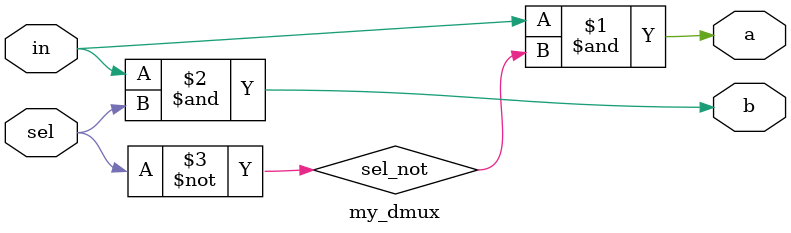
<source format=v>
/**
 * Demultiplexor:
 * {a, b} = {in, 0} if sel == 0
 *          {0, in} if sel == 1
 */

module my_dmux(a, b, in, sel);
 
	output a, b;
	input in, sel;
	 
	wire sel_not;
 
	// Get the inverted version of sel too.
	not(sel_not, sel);
	
	// Send "in" to the selected output.
	and(a, in, sel_not);
	and(b, in, sel);
 
endmodule
 
</source>
